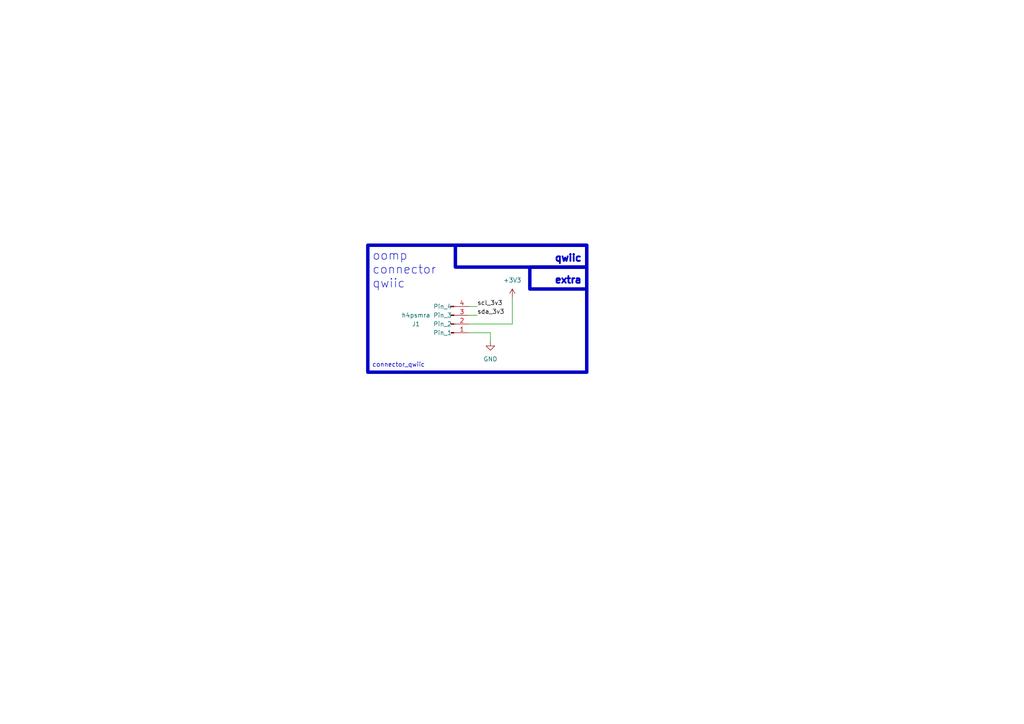
<source format=kicad_sch>
(kicad_sch (version 20230121) (generator eeschema)
  (paper "A4")
  (lib_symbols
    (symbol "oomlout_oomp_part_symbols:h4psmra_electronic_header_1_mm_jst_sh_4_pin_surface_mount_right_angle" (pin_names (offset 1.016))
      (property "Reference" "J" (at 0 5.08 0))
      (property "Value" "h4psmra_electronic_header_1_mm_jst_sh_4_pin_surface_mount_right_angle" (at 0 -7.62 0))
      (symbol "h4psmra_electronic_header_1_mm_jst_sh_4_pin_surface_mount_right_angle_1_1"
        (polyline (pts (xy 1.27 -5.08) (xy 0.8636 -5.08)) (stroke (width 0.1524)))
        (polyline (pts (xy 1.27 -2.54) (xy 0.8636 -2.54)) (stroke (width 0.1524)))
        (polyline (pts (xy 1.27 0) (xy 0.8636 0)) (stroke (width 0.1524)))
        (polyline (pts (xy 1.27 2.54) (xy 0.8636 2.54)) (stroke (width 0.1524)))
        (rectangle (start 0.8636 -4.953) (end 0 -5.207) (stroke (width 0.1524)) (fill (type outline)))
        (rectangle (start 0.8636 -2.413) (end 0 -2.667) (stroke (width 0.1524)) (fill (type outline)))
        (rectangle (start 0.8636 0.127) (end 0 -0.127) (stroke (width 0.1524)) (fill (type outline)))
        (rectangle (start 0.8636 2.667) (end 0 2.413) (stroke (width 0.1524)) (fill (type outline)))
        (pin passive line (at 5.08 2.54 180) (length 3.81) (name "Pin_1") (number "1"))
        (pin passive line (at 5.08 0 180) (length 3.81) (name "Pin_2") (number "2"))
        (pin passive line (at 5.08 -2.54 180) (length 3.81) (name "Pin_3") (number "3"))
        (pin passive line (at 5.08 -5.08 180) (length 3.81) (name "Pin_4") (number "4"))
      )
    )
    (symbol "power:+3V3" (power) (pin_names (offset 0))
      (property "Value" "+3V3" (at 0 3.556 0))
      (symbol "+3V3_0_1"
        (polyline (pts (xy -0.762 1.27) (xy 0 2.54)))
        (polyline (pts (xy 0 0) (xy 0 2.54)))
        (polyline (pts (xy 0 2.54) (xy 0.762 1.27)))
      )
      (symbol "+3V3_1_1"
        (pin power_in line (at 0 0 90) (length 0) hide (name "+3V3") (number "1"))
      )
    )
    (symbol "power:GND" (power) (pin_names (offset 0))
      (property "Value" "GND" (at 0 -3.81 0))
      (symbol "GND_0_1"
        (polyline (pts (xy 0 0) (xy 0 -1.27) (xy 1.27 -1.27) (xy 0 -2.54) (xy -1.27 -1.27) (xy 0 -1.27)))
      )
      (symbol "GND_1_1"
        (pin power_in line (at 0 0 270) (length 0) hide (name "GND") (number "1"))
      )
    )
  )
  (wire (pts (xy 142.24 96.52) (xy 142.24 99.06)))
  (wire (pts (xy 135.89 93.98) (xy 148.59 93.98)))
  (wire (pts (xy 142.24 96.52) (xy 135.89 96.52)))
  (wire (pts (xy 135.89 91.44) (xy 138.43 91.44)))
  (wire (pts (xy 135.89 88.9) (xy 138.43 88.9)))
  (wire (pts (xy 148.59 93.98) (xy 148.59 86.36)))
  (rectangle (start 106.68 71.12) (end 170.18 107.95) (stroke (width 1)))
  (rectangle (start 151.13 234.95) (end 151.13 234.95))
  (rectangle (start 132.08 71.12) (end 170.18 77.47) (stroke (width 1)))
  (rectangle (start 153.67 77.47) (end 170.18 83.82) (stroke (width 1)))
  (text "qwiic\n" (at 168.91 76.2 0) (effects (font (size 2 2) (thickness 0.8) bold) (justify right bottom)))
  (text "oomp\nconnector\nqwiic\n" (at 107.95 83.82 0) (effects (font (size 2.5 2.5)) (justify left bottom)))
  (text "extra" (at 168.91 82.55 0) (effects (font (size 2 2) (thickness 0.8) bold) (justify right bottom)))
  (text "connector_qwiic" (at 107.95 106.68 0) (effects (font (size 1.27 1.27)) (justify left bottom)))
  (label "scl_3v3" (at 138.43 88.9 0))
  (label "sda_3v3" (at 138.43 91.44 0))
  (symbol (lib_id "oomlout_oomp_part_symbols:h4psmra_electronic_header_1_mm_jst_sh_4_pin_surface_mount_right_angle") (at 130.81 93.98 0) (mirror x) (unit 1)
    (property "Reference" "J1" (at 120.65 93.98 0))
    (property "Value" "h4psmra" (at 120.65 91.44 0))
    (property "Footprint" "oomlout_oomp_part_footprints:h4psmra_electronic_header_1_mm_jst_sh_4_pin_surface_mount_right_angle" (effects hide))
    (property "Datasheet" "https://github.com/oomlout/oomlout_oomp_v3/parts/electronic_header_1_mm_jst_sh_4_pin_surface_mount_right_angle/datasheet.pdf" (effects hide))
  )
  (symbol (lib_id "power:GND") (at 142.24 99.06 0) (unit 1)
    (property "Reference" "#PWR01" (effects hide))
    (property "Value" "GND" (at 142.24 104.14 0))
  )
  (symbol (lib_id "power:+3V3") (at 148.59 86.36 0) (unit 1)
    (property "Reference" "#PWR02" (effects hide))
    (property "Value" "+3V3" (at 148.59 81.28 0))
  )
)
</source>
